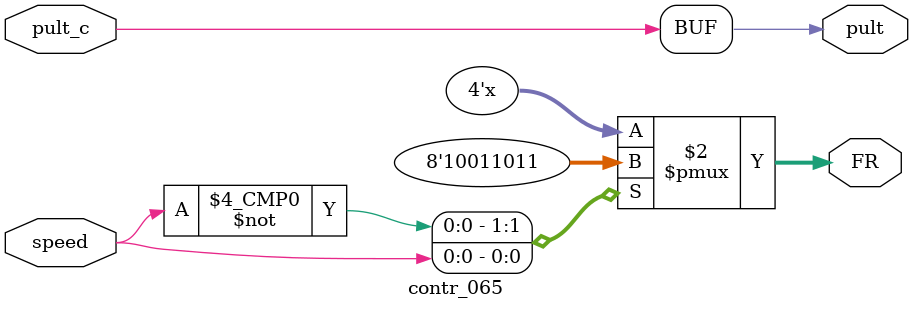
<source format=v>
module contr_065 (pult_c, speed, pult, FR);

output reg [3:0]FR;
output pult;
input  speed;
input  pult_c;

always  
//begin

case (speed )
0 : FR = 'b 1001;  //9600
1 : FR = 'b 1011;  //38400
endcase


//assign FR = 'b 1001;  //9600
//assign FR = 'b 1011;  //38400
//assign FR = 'b 1100;  //115200

assign pult = pult_c;
//end

endmodule
</source>
